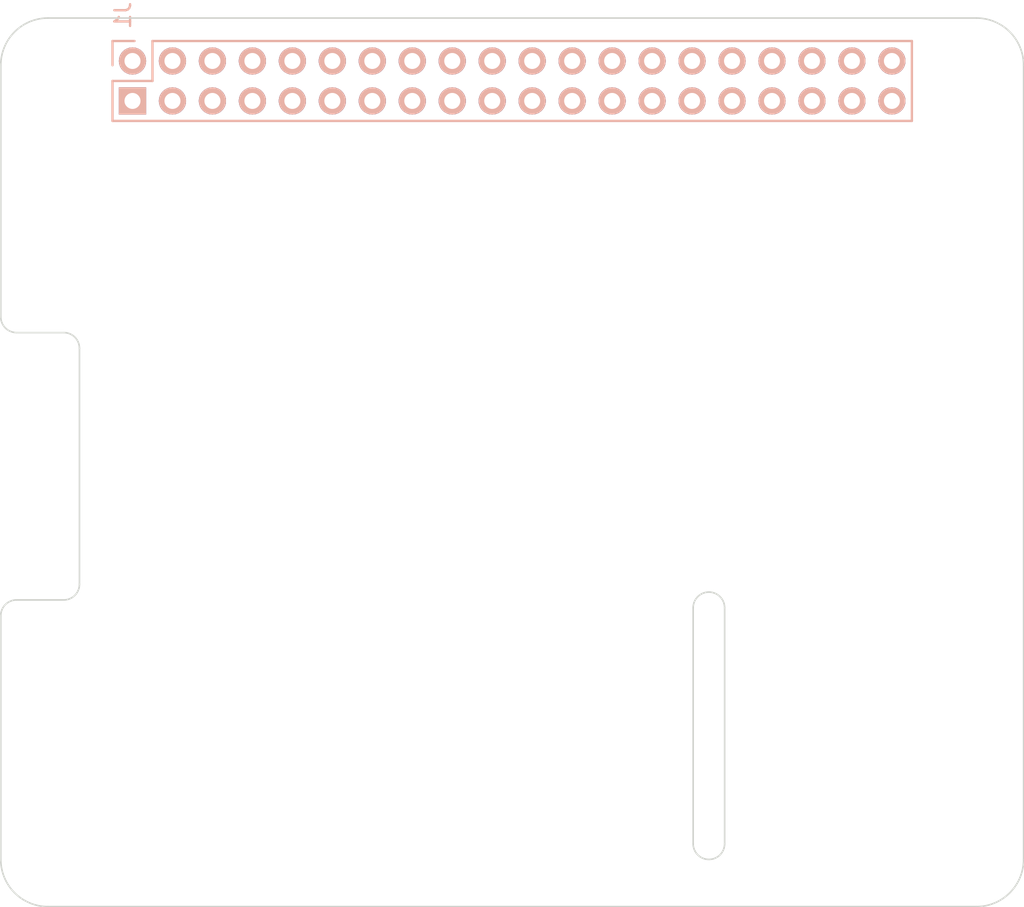
<source format=kicad_pcb>
(kicad_pcb (version 20171130) (host pcbnew "(2018-02-09 revision dba198e57)-master")

  (general
    (thickness 1.6)
    (drawings 20)
    (tracks 0)
    (zones 0)
    (modules 5)
    (nets 1)
  )

  (page A4)
  (layers
    (0 F.Cu signal)
    (31 B.Cu signal)
    (32 B.Adhes user)
    (33 F.Adhes user)
    (34 B.Paste user)
    (35 F.Paste user)
    (36 B.SilkS user)
    (37 F.SilkS user)
    (38 B.Mask user)
    (39 F.Mask user)
    (40 Dwgs.User user)
    (41 Cmts.User user)
    (42 Eco1.User user)
    (43 Eco2.User user)
    (44 Edge.Cuts user)
    (45 Margin user)
    (46 B.CrtYd user)
    (47 F.CrtYd user)
    (48 B.Fab user)
    (49 F.Fab user)
  )

  (setup
    (last_trace_width 0.25)
    (user_trace_width 0.01)
    (user_trace_width 0.02)
    (user_trace_width 0.05)
    (user_trace_width 0.1)
    (user_trace_width 0.2)
    (trace_clearance 0.2)
    (zone_clearance 0.508)
    (zone_45_only no)
    (trace_min 0.01)
    (segment_width 0.2)
    (edge_width 0.1)
    (via_size 0.6)
    (via_drill 0.4)
    (via_min_size 0.4)
    (via_min_drill 0.3)
    (uvia_size 0.3)
    (uvia_drill 0.1)
    (uvias_allowed no)
    (uvia_min_size 0.2)
    (uvia_min_drill 0.1)
    (pcb_text_width 0.3)
    (pcb_text_size 1.5 1.5)
    (mod_edge_width 0.15)
    (mod_text_size 1 1)
    (mod_text_width 0.15)
    (pad_size 2.75 2.75)
    (pad_drill 2.75)
    (pad_to_mask_clearance 0)
    (aux_axis_origin 0 0)
    (visible_elements 7FFFFFFF)
    (pcbplotparams
      (layerselection 0x00030_80000001)
      (usegerberextensions false)
      (usegerberattributes false)
      (usegerberadvancedattributes false)
      (creategerberjobfile false)
      (excludeedgelayer true)
      (linewidth 0.100000)
      (plotframeref false)
      (viasonmask false)
      (mode 1)
      (useauxorigin false)
      (hpglpennumber 1)
      (hpglpenspeed 20)
      (hpglpendiameter 15)
      (psnegative false)
      (psa4output false)
      (plotreference true)
      (plotvalue true)
      (plotinvisibletext false)
      (padsonsilk false)
      (subtractmaskfromsilk false)
      (outputformat 1)
      (mirror false)
      (drillshape 0)
      (scaleselection 1)
      (outputdirectory meta/))
  )

  (net 0 "")

  (net_class Default "This is the default net class."
    (clearance 0.2)
    (trace_width 0.25)
    (via_dia 0.6)
    (via_drill 0.4)
    (uvia_dia 0.3)
    (uvia_drill 0.1)
  )

  (module faltom:rpi_hat_th (layer B.Cu) (tedit 5AA82601) (tstamp 5AA82862)
    (at 79 50 270)
    (descr "Through hole pin header")
    (tags "pin header")
    (path /5515D395/5516AE26)
    (fp_text reference J1 (at -4.1656 24.7396 90) (layer B.SilkS)
      (effects (font (size 1 1) (thickness 0.15)) (justify mirror))
    )
    (fp_text value raspberry (at 0 0.1 180) (layer B.Fab)
      (effects (font (size 1 1) (thickness 0.15)) (justify mirror))
    )
    (fp_line (start -3.02 25.88) (end -3.02 -25.92) (layer B.CrtYd) (width 0.05))
    (fp_line (start 3.03 25.88) (end 3.03 -25.92) (layer B.CrtYd) (width 0.05))
    (fp_line (start -3.02 25.88) (end 3.03 25.88) (layer B.CrtYd) (width 0.05))
    (fp_line (start -3.02 -25.92) (end 3.03 -25.92) (layer B.CrtYd) (width 0.05))
    (fp_line (start 2.54 -25.4) (end 2.54 25.4) (layer B.SilkS) (width 0.15))
    (fp_line (start -2.54 22.86) (end -2.54 -25.4) (layer B.SilkS) (width 0.15))
    (fp_line (start 2.54 -25.4) (end -2.54 -25.4) (layer B.SilkS) (width 0.15))
    (fp_line (start 2.54 25.4) (end 0 25.4) (layer B.SilkS) (width 0.15))
    (fp_line (start -1 25.4) (end -2.54 25.4) (layer B.SilkS) (width 0.15))
    (fp_line (start 0 25.4) (end 0 22.86) (layer B.SilkS) (width 0.15))
    (fp_line (start 0 22.86) (end -2.54 22.86) (layer B.SilkS) (width 0.15))
    (fp_line (start -2.54 25.4) (end -2.54 24) (layer B.SilkS) (width 0.15))
    (pad 1 thru_hole rect (at 1.27 24.13 270) (size 1.7272 1.7272) (drill 1.016) (layers *.Cu *.Mask B.SilkS))
    (pad 2 thru_hole oval (at -1.27 24.13 270) (size 1.7272 1.7272) (drill 1.016) (layers *.Cu *.Mask B.SilkS))
    (pad 3 thru_hole oval (at 1.27 21.59 270) (size 1.7272 1.7272) (drill 1.016) (layers *.Cu *.Mask B.SilkS))
    (pad 4 thru_hole oval (at -1.27 21.59 270) (size 1.7272 1.7272) (drill 1.016) (layers *.Cu *.Mask B.SilkS))
    (pad 5 thru_hole oval (at 1.27 19.05 270) (size 1.7272 1.7272) (drill 1.016) (layers *.Cu *.Mask B.SilkS))
    (pad 6 thru_hole oval (at -1.27 19.05 270) (size 1.7272 1.7272) (drill 1.016) (layers *.Cu *.Mask B.SilkS))
    (pad 7 thru_hole oval (at 1.27 16.51 270) (size 1.7272 1.7272) (drill 1.016) (layers *.Cu *.Mask B.SilkS))
    (pad 8 thru_hole oval (at -1.27 16.51 270) (size 1.7272 1.7272) (drill 1.016) (layers *.Cu *.Mask B.SilkS))
    (pad 9 thru_hole oval (at 1.27 13.97 270) (size 1.7272 1.7272) (drill 1.016) (layers *.Cu *.Mask B.SilkS))
    (pad 10 thru_hole oval (at -1.27 13.97 270) (size 1.7272 1.7272) (drill 1.016) (layers *.Cu *.Mask B.SilkS))
    (pad 11 thru_hole oval (at 1.27 11.43 270) (size 1.7272 1.7272) (drill 1.016) (layers *.Cu *.Mask B.SilkS))
    (pad 12 thru_hole oval (at -1.27 11.43 270) (size 1.7272 1.7272) (drill 1.016) (layers *.Cu *.Mask B.SilkS))
    (pad 13 thru_hole oval (at 1.27 8.89 270) (size 1.7272 1.7272) (drill 1.016) (layers *.Cu *.Mask B.SilkS))
    (pad 14 thru_hole oval (at -1.27 8.89 270) (size 1.7272 1.7272) (drill 1.016) (layers *.Cu *.Mask B.SilkS))
    (pad 15 thru_hole oval (at 1.27 6.35 270) (size 1.7272 1.7272) (drill 1.016) (layers *.Cu *.Mask B.SilkS))
    (pad 16 thru_hole oval (at -1.27 6.35 270) (size 1.7272 1.7272) (drill 1.016) (layers *.Cu *.Mask B.SilkS))
    (pad 17 thru_hole oval (at 1.27 3.81 270) (size 1.7272 1.7272) (drill 1.016) (layers *.Cu *.Mask B.SilkS))
    (pad 18 thru_hole oval (at -1.27 3.81 270) (size 1.7272 1.7272) (drill 1.016) (layers *.Cu *.Mask B.SilkS))
    (pad 19 thru_hole oval (at 1.27 1.27 270) (size 1.7272 1.7272) (drill 1.016) (layers *.Cu *.Mask B.SilkS))
    (pad 20 thru_hole oval (at -1.27 1.27 270) (size 1.7272 1.7272) (drill 1.016) (layers *.Cu *.Mask B.SilkS))
    (pad 21 thru_hole oval (at 1.27 -1.27 270) (size 1.7272 1.7272) (drill 1.016) (layers *.Cu *.Mask B.SilkS))
    (pad 22 thru_hole oval (at -1.27 -1.27 270) (size 1.7272 1.7272) (drill 1.016) (layers *.Cu *.Mask B.SilkS))
    (pad 23 thru_hole oval (at 1.27 -3.81 270) (size 1.7272 1.7272) (drill 1.016) (layers *.Cu *.Mask B.SilkS))
    (pad 24 thru_hole oval (at -1.27 -3.81 270) (size 1.7272 1.7272) (drill 1.016) (layers *.Cu *.Mask B.SilkS))
    (pad 25 thru_hole oval (at 1.27 -6.35 270) (size 1.7272 1.7272) (drill 1.016) (layers *.Cu *.Mask B.SilkS))
    (pad 26 thru_hole oval (at -1.27 -6.35 270) (size 1.7272 1.7272) (drill 1.016) (layers *.Cu *.Mask B.SilkS))
    (pad 27 thru_hole oval (at 1.27 -8.89 270) (size 1.7272 1.7272) (drill 1.016) (layers *.Cu *.Mask B.SilkS))
    (pad 28 thru_hole oval (at -1.27 -8.89 270) (size 1.7272 1.7272) (drill 1.016) (layers *.Cu *.Mask B.SilkS))
    (pad 29 thru_hole oval (at 1.27 -11.43 270) (size 1.7272 1.7272) (drill 1.016) (layers *.Cu *.Mask B.SilkS))
    (pad 30 thru_hole oval (at -1.27 -11.43 270) (size 1.7272 1.7272) (drill 1.016) (layers *.Cu *.Mask B.SilkS))
    (pad 31 thru_hole oval (at 1.27 -13.97 270) (size 1.7272 1.7272) (drill 1.016) (layers *.Cu *.Mask B.SilkS))
    (pad 32 thru_hole oval (at -1.27 -13.97 270) (size 1.7272 1.7272) (drill 1.016) (layers *.Cu *.Mask B.SilkS))
    (pad 33 thru_hole oval (at 1.27 -16.51 270) (size 1.7272 1.7272) (drill 1.016) (layers *.Cu *.Mask B.SilkS))
    (pad 34 thru_hole oval (at -1.27 -16.51 270) (size 1.7272 1.7272) (drill 1.016) (layers *.Cu *.Mask B.SilkS))
    (pad 35 thru_hole oval (at 1.27 -19.05 270) (size 1.7272 1.7272) (drill 1.016) (layers *.Cu *.Mask B.SilkS))
    (pad 36 thru_hole oval (at -1.27 -19.05 270) (size 1.7272 1.7272) (drill 1.016) (layers *.Cu *.Mask B.SilkS))
    (pad 37 thru_hole oval (at 1.27 -21.59 270) (size 1.7272 1.7272) (drill 1.016) (layers *.Cu *.Mask B.SilkS))
    (pad 38 thru_hole oval (at -1.27 -21.59 270) (size 1.7272 1.7272) (drill 1.016) (layers *.Cu *.Mask B.SilkS))
    (pad 39 thru_hole oval (at 1.27 -24.13 270) (size 1.7272 1.7272) (drill 1.016) (layers *.Cu *.Mask B.SilkS))
    (pad 40 thru_hole oval (at -1.27 -24.13 270) (size 1.7272 1.7272) (drill 1.016) (layers *.Cu *.Mask B.SilkS))
    (model "/home/damien/faltom/kicad_library/step/User Library-Header 2x20 2_54mm.step"
      (offset (xyz 0 -24.15 0))
      (scale (xyz 1 1 1))
      (rotate (xyz -90 0 90))
    )
    (model "/home/damien/faltom/kicad_library/step/User Library-Raspberry Pi 3-2.step"
      (offset (xyz 26.8 -16 13))
      (scale (xyz 1 1 1))
      (rotate (xyz -180 0 90))
    )
  )

  (module RPi_Hat:RPi_Hat_Mounting_Hole locked (layer F.Cu) (tedit 55217C7B) (tstamp 5515DEA9)
    (at 108 50)
    (descr "Mounting hole, Befestigungsbohrung, 2,7mm, No Annular, Kein Restring,")
    (tags "Mounting hole, Befestigungsbohrung, 2,7mm, No Annular, Kein Restring,")
    (fp_text reference "" (at 0 -4.0005) (layer F.SilkS) hide
      (effects (font (size 1 1) (thickness 0.15)))
    )
    (fp_text value "" (at 0.09906 3.59918) (layer F.Fab) hide
      (effects (font (size 1 1) (thickness 0.15)))
    )
    (fp_circle (center 0 0) (end 1.375 0) (layer F.Fab) (width 0.15))
    (fp_circle (center 0 0) (end 3.1 0) (layer F.Fab) (width 0.15))
    (fp_circle (center 0 0) (end 3.1 0) (layer B.Fab) (width 0.15))
    (fp_circle (center 0 0) (end 1.375 0) (layer B.Fab) (width 0.15))
    (fp_circle (center 0 0) (end 3.1 0) (layer F.CrtYd) (width 0.15))
    (fp_circle (center 0 0) (end 3.1 0) (layer B.CrtYd) (width 0.15))
    (pad "" np_thru_hole circle (at 0 0) (size 2.75 2.75) (drill 2.75) (layers *.Cu *.Mask)
      (solder_mask_margin 1.725) (clearance 1.725))
  )

  (module RPi_Hat:RPi_Hat_Mounting_Hole locked (layer F.Cu) (tedit 55217CCB) (tstamp 55169DC9)
    (at 108 99)
    (descr "Mounting hole, Befestigungsbohrung, 2,7mm, No Annular, Kein Restring,")
    (tags "Mounting hole, Befestigungsbohrung, 2,7mm, No Annular, Kein Restring,")
    (fp_text reference "" (at 0 -4.0005) (layer F.SilkS) hide
      (effects (font (size 1 1) (thickness 0.15)))
    )
    (fp_text value "" (at 0.09906 3.59918) (layer F.Fab) hide
      (effects (font (size 1 1) (thickness 0.15)))
    )
    (fp_circle (center 0 0) (end 1.375 0) (layer F.Fab) (width 0.15))
    (fp_circle (center 0 0) (end 3.1 0) (layer F.Fab) (width 0.15))
    (fp_circle (center 0 0) (end 3.1 0) (layer B.Fab) (width 0.15))
    (fp_circle (center 0 0) (end 1.375 0) (layer B.Fab) (width 0.15))
    (fp_circle (center 0 0) (end 3.1 0) (layer F.CrtYd) (width 0.15))
    (fp_circle (center 0 0) (end 3.1 0) (layer B.CrtYd) (width 0.15))
    (pad "" np_thru_hole circle (at 0 0) (size 2.75 2.75) (drill 2.75) (layers *.Cu *.Mask)
      (solder_mask_margin 1.725) (clearance 1.725))
  )

  (module RPi_Hat:RPi_Hat_Mounting_Hole locked (layer F.Cu) (tedit 55217CB9) (tstamp 5515DECC)
    (at 50 99)
    (descr "Mounting hole, Befestigungsbohrung, 2,7mm, No Annular, Kein Restring,")
    (tags "Mounting hole, Befestigungsbohrung, 2,7mm, No Annular, Kein Restring,")
    (fp_text reference "" (at 0 -4.0005) (layer F.SilkS) hide
      (effects (font (size 1 1) (thickness 0.15)))
    )
    (fp_text value "" (at 0.09906 3.59918) (layer F.Fab) hide
      (effects (font (size 1 1) (thickness 0.15)))
    )
    (fp_circle (center 0 0) (end 1.375 0) (layer F.Fab) (width 0.15))
    (fp_circle (center 0 0) (end 3.1 0) (layer F.Fab) (width 0.15))
    (fp_circle (center 0 0) (end 3.1 0) (layer B.Fab) (width 0.15))
    (fp_circle (center 0 0) (end 1.375 0) (layer B.Fab) (width 0.15))
    (fp_circle (center 0 0) (end 3.1 0) (layer F.CrtYd) (width 0.15))
    (fp_circle (center 0 0) (end 3.1 0) (layer B.CrtYd) (width 0.15))
    (pad "" np_thru_hole circle (at 0 0) (size 2.75 2.75) (drill 2.75) (layers *.Cu *.Mask)
      (solder_mask_margin 1.725) (clearance 1.725))
  )

  (module RPi_Hat:RPi_Hat_Mounting_Hole locked (layer F.Cu) (tedit 55217CA2) (tstamp 5515DEBF)
    (at 50 50)
    (descr "Mounting hole, Befestigungsbohrung, 2,7mm, No Annular, Kein Restring,")
    (tags "Mounting hole, Befestigungsbohrung, 2,7mm, No Annular, Kein Restring,")
    (fp_text reference "" (at 0 -4.0005) (layer F.SilkS) hide
      (effects (font (size 1 1) (thickness 0.15)))
    )
    (fp_text value "" (at 0.09906 3.59918) (layer F.Fab) hide
      (effects (font (size 1 1) (thickness 0.15)))
    )
    (fp_circle (center 0 0) (end 1.375 0) (layer F.Fab) (width 0.15))
    (fp_circle (center 0 0) (end 3.1 0) (layer F.Fab) (width 0.15))
    (fp_circle (center 0 0) (end 3.1 0) (layer B.Fab) (width 0.15))
    (fp_circle (center 0 0) (end 1.375 0) (layer B.Fab) (width 0.15))
    (fp_circle (center 0 0) (end 3.1 0) (layer F.CrtYd) (width 0.15))
    (fp_circle (center 0 0) (end 3.1 0) (layer B.CrtYd) (width 0.15))
    (pad "" np_thru_hole circle (at 0 0) (size 2.75 2.75) (drill 2.75) (layers *.Cu *.Mask)
      (solder_mask_margin 1.725) (clearance 1.725))
  )

  (gr_arc (start 49.5 49) (end 46.5 49) (angle 90) (layer Edge.Cuts) (width 0.1) (tstamp 55157F8A))
  (gr_line (start 49.5 46) (end 108.5 46) (angle 90) (layer Edge.Cuts) (width 0.1))
  (gr_arc (start 108.5 49) (end 108.5 46) (angle 90) (layer Edge.Cuts) (width 0.1) (tstamp 55157F2C))
  (gr_line (start 111.5 49) (end 111.5 99.5) (angle 90) (layer Edge.Cuts) (width 0.1))
  (gr_arc (start 91.5 98.5) (end 90.5 98.5) (angle -180) (layer Edge.Cuts) (width 0.1) (tstamp 5515DF03))
  (gr_arc (start 91.5 83.5) (end 90.5 83.5) (angle 180) (layer Edge.Cuts) (width 0.1))
  (gr_line (start 92.5 83.5) (end 92.5 98.5) (angle 90) (layer Edge.Cuts) (width 0.1) (tstamp 5515DEFA))
  (gr_line (start 90.5 83.5) (end 90.5 98.5) (angle 90) (layer Edge.Cuts) (width 0.1))
  (gr_arc (start 47.5 84) (end 46.5 84) (angle 90) (layer Edge.Cuts) (width 0.1) (tstamp 5515814F))
  (gr_arc (start 50.5 82) (end 51.5 82) (angle 90) (layer Edge.Cuts) (width 0.1) (tstamp 5515812E))
  (gr_arc (start 50.5 67) (end 50.5 66) (angle 90) (layer Edge.Cuts) (width 0.1) (tstamp 5515810E))
  (gr_arc (start 47.5 65) (end 47.5 66) (angle 90) (layer Edge.Cuts) (width 0.1) (tstamp 55158090))
  (gr_arc (start 108.5 99.5) (end 111.5 99.5) (angle 90) (layer Edge.Cuts) (width 0.1) (tstamp 55157FFB))
  (gr_arc (start 49.5 99.5) (end 49.5 102.5) (angle 90) (layer Edge.Cuts) (width 0.1) (tstamp 55157FCE))
  (gr_line (start 46.5 84) (end 46.5 99.5) (layer Edge.Cuts) (width 0.1))
  (gr_line (start 46.5 49) (end 46.5 65) (layer Edge.Cuts) (width 0.1))
  (gr_line (start 47.5 83) (end 50.5 83) (layer Edge.Cuts) (width 0.1))
  (gr_line (start 47.5 66) (end 50.5 66) (layer Edge.Cuts) (width 0.1))
  (gr_line (start 51.5 67) (end 51.5 82) (layer Edge.Cuts) (width 0.1))
  (gr_line (start 49.5 102.5) (end 108.5 102.5) (angle 90) (layer Edge.Cuts) (width 0.1))

)

</source>
